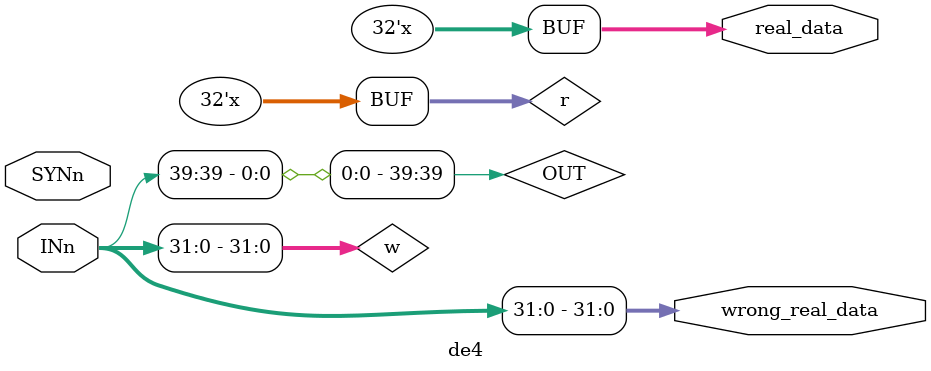
<source format=v>
`timescale 1ns / 1ps

module de4 (
    input [39:0] INn, 
    input [6:0] SYNn,
    output  [31:0] real_data,
    output  [31:0] wrong_real_data
);

reg [38:0] LOC;
reg [39:0] OUT;
reg [31:0] r;
reg [31:0] w;

    always @(*) begin
       case (SYNn)
           7'b0000111: LOC <= 39'h00_0000_0001; 
           7'b0001011: LOC <= 39'h00_0000_0002;
           7'b0010011: LOC <= 39'h00_0000_0004;
           7'b0100011: LOC <= 39'h00_0000_0008;
           7'b1000011: LOC <= 39'h00_0000_0010;
           7'b0001101: LOC <= 39'h00_0000_0020;
           7'b0010101: LOC <= 39'h00_0000_0040;
           7'b0100101: LOC <= 39'h00_0000_0080;
           7'b1000101: LOC <= 39'h00_0000_0100;
           7'b1110000: LOC <= 39'h00_0000_0200;
           7'b1101000: LOC <= 39'h00_0000_0400;
           7'b1100100: LOC <= 39'h00_0000_0800;
           7'b1100010: LOC <= 39'h00_0000_1000;
           7'b1100001: LOC <= 39'h00_0000_2000;
           7'b1011000: LOC <= 39'h00_0000_4000;
           7'b1010100: LOC <= 39'h00_0000_8000;
           7'b1010010: LOC <= 39'h00_0001_0000;
           7'b1010001: LOC <= 39'h00_0002_0000;
           7'b0001110: LOC <= 39'h00_0004_0000;
           7'b0011100: LOC <= 39'h00_0008_0000;
           7'b0111000: LOC <= 39'h00_0010_0000;
           7'b0010110: LOC <= 39'h00_0020_0000;
           7'b0100110: LOC <= 39'h00_0040_0000;
           7'b0011010: LOC <= 39'h00_0080_0000;
           7'b0101010: LOC <= 39'h00_0100_0000;
           7'b0110010: LOC <= 39'h00_0200_0000;
           7'b1001001: LOC <= 39'h00_0400_0000;
           7'b0101001: LOC <= 39'h00_0800_0000;
           7'b1001010: LOC <= 39'h00_1000_0000;
           7'b0011001: LOC <= 39'h00_2000_0000;
           7'b1001100: LOC <= 39'h00_4000_0000;
           7'b0110100: LOC <= 39'h00_8000_0000;
           7'b0000001: LOC <= 39'h01_0000_0000;
           7'b0000010: LOC <= 39'h02_0000_0000;
           7'b0000100: LOC <= 39'h04_0000_0000;
           7'b0001000: LOC <= 39'h08_0000_0000;
           7'b0010000: LOC <= 39'h10_0000_0000;
           7'b0100000: LOC <= 39'h20_0000_0000;
           7'b1000000: LOC <= 39'h40_0000_0000; 
           default: LOC <= 0;
        endcase
      
       OUT[38:0] <= LOC ^ INn[38:0];
       OUT[39] <= INn[39]; 
       r = OUT[31:0];
       w = INn[31:0];

    end
    
    assign wrong_real_data = w;
    assign real_data = r;
    
endmodule
</source>
